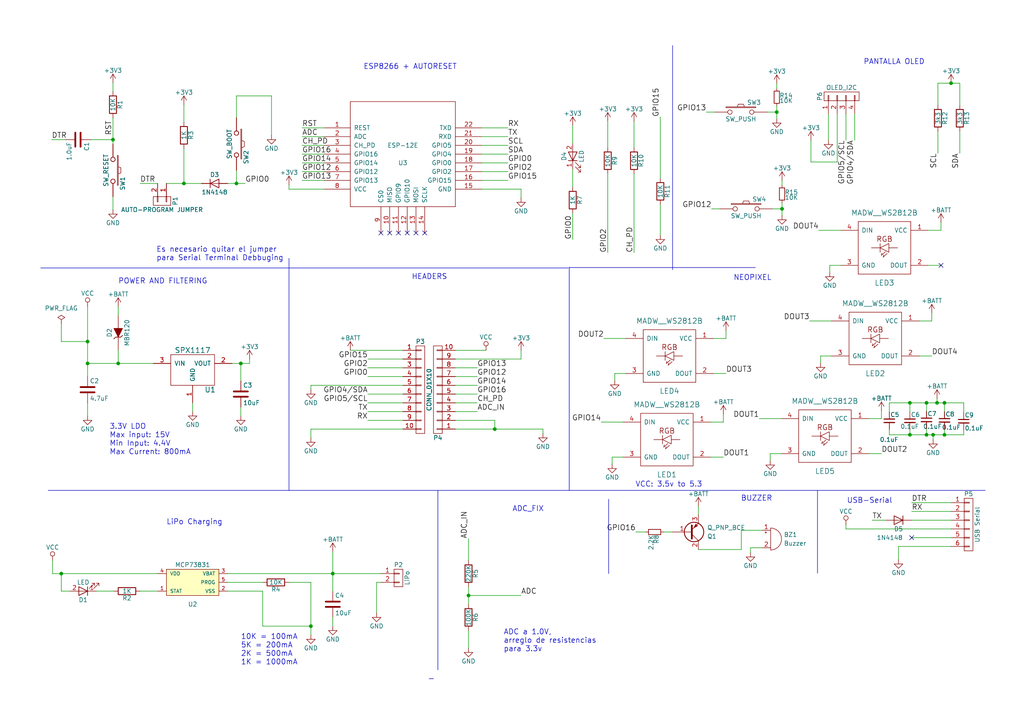
<source format=kicad_sch>
(kicad_sch (version 20230121) (generator eeschema)
  (paper "A4")
  (title_block (title "BadgeMexa") (date "2017-03-01") (rev "0.01") (company "ElectronicCats") (comment 1 "Andrés Sabas"))
  (lib_symbols
    (symbol "mexa_badge_defcon25-rescue:+3.3V" (power) (pin_names (offset 0))
      (property "Value" "+3.3V" (at 0 3.556 0))
      (symbol "+3.3V_1_1"
        (pin power_in line (at 0 0 90) (length 0) hide (name "+3V3") (number "1"))
      )
    )
    (symbol "mexa_badge_defcon25-rescue:+3V3" (power) (pin_names (offset 0))
      (property "Value" "+3V3" (at 0 3.556 0))
      (symbol "+3V3_1_1"
        (pin power_in line (at 0 0 90) (length 0) hide (name "+3V3") (number "1"))
      )
    )
    (symbol "mexa_badge_defcon25-rescue:+BATT" (power) (pin_names (offset 0))
      (property "Value" "+BATT" (at 0 3.556 0))
      (symbol "+BATT_1_1"
        (pin power_in line (at 0 0 90) (length 0) hide (name "+BATT") (number "1"))
      )
    )
    (symbol "mexa_badge_defcon25-rescue:Buzzer" (pin_names (offset 0.0254) hide)
      (property "Reference" "BZ" (at 3.81 1.27 0))
      (property "Value" "Buzzer" (at 3.81 -1.27 0))
      (symbol "Buzzer_1_1"
        (pin passive line (at -2.54 2.54 0) (length 2.54) (name "-") (number "1"))
        (pin passive line (at -2.54 -2.54 0) (length 2.54) (name "+") (number "2"))
      )
    )
    (symbol "mexa_badge_defcon25-rescue:C" (pin_numbers hide) (pin_names (offset 0.254))
      (property "Reference" "C" (at 0.635 2.54 0))
      (property "Value" "C" (at 0.635 -2.54 0))
      (symbol "C_1_1"
        (pin passive line (at 0 3.81 270) (length 2.794) (name "~") (number "1"))
        (pin passive line (at 0 -3.81 90) (length 2.794) (name "~") (number "2"))
      )
    )
    (symbol "mexa_badge_defcon25-rescue:CONN_01X02" (pin_names (offset 1.016) hide)
      (property "Reference" "P" (at 0 3.81 0))
      (property "Value" "CONN_01X02" (at 2.54 0 90))
      (symbol "CONN_01X02_1_1"
        (pin passive line (at -5.08 1.27 0) (length 3.81) (name "P1") (number "1"))
        (pin passive line (at -5.08 -1.27 0) (length 3.81) (name "P2") (number "2"))
      )
    )
    (symbol "mexa_badge_defcon25-rescue:CONN_01X04" (pin_names (offset 1.016) hide)
      (property "Reference" "P" (at 0 6.35 0))
      (property "Value" "CONN_01X04" (at 2.54 0 90))
      (symbol "CONN_01X04_1_1"
        (pin passive line (at -5.08 3.81 0) (length 3.81) (name "P1") (number "1"))
        (pin passive line (at -5.08 1.27 0) (length 3.81) (name "P2") (number "2"))
        (pin passive line (at -5.08 -1.27 0) (length 3.81) (name "P3") (number "3"))
        (pin passive line (at -5.08 -3.81 0) (length 3.81) (name "P4") (number "4"))
      )
    )
    (symbol "mexa_badge_defcon25-rescue:CONN_01X06" (pin_names (offset 1.016) hide)
      (property "Reference" "P" (at 0 8.89 0))
      (property "Value" "CONN_01X06" (at 2.54 0 90))
      (symbol "CONN_01X06_1_1"
        (pin passive line (at -5.08 6.35 0) (length 3.81) (name "P1") (number "1"))
        (pin passive line (at -5.08 3.81 0) (length 3.81) (name "P2") (number "2"))
        (pin passive line (at -5.08 1.27 0) (length 3.81) (name "P3") (number "3"))
        (pin passive line (at -5.08 -1.27 0) (length 3.81) (name "P4") (number "4"))
        (pin passive line (at -5.08 -3.81 0) (length 3.81) (name "P5") (number "5"))
        (pin passive line (at -5.08 -6.35 0) (length 3.81) (name "P6") (number "6"))
      )
    )
    (symbol "mexa_badge_defcon25-rescue:CONN_01X10" (pin_names (offset 1.016) hide)
      (property "Reference" "P" (at 0 13.97 0))
      (property "Value" "CONN_01X10" (at 2.54 0 90))
      (symbol "CONN_01X10_1_1"
        (pin passive line (at -5.08 11.43 0) (length 3.81) (name "P1") (number "1"))
        (pin passive line (at -5.08 -11.43 0) (length 3.81) (name "P10") (number "10"))
        (pin passive line (at -5.08 8.89 0) (length 3.81) (name "P2") (number "2"))
        (pin passive line (at -5.08 6.35 0) (length 3.81) (name "P3") (number "3"))
        (pin passive line (at -5.08 3.81 0) (length 3.81) (name "P4") (number "4"))
        (pin passive line (at -5.08 1.27 0) (length 3.81) (name "P5") (number "5"))
        (pin passive line (at -5.08 -1.27 0) (length 3.81) (name "P6") (number "6"))
        (pin passive line (at -5.08 -3.81 0) (length 3.81) (name "P7") (number "7"))
        (pin passive line (at -5.08 -6.35 0) (length 3.81) (name "P8") (number "8"))
        (pin passive line (at -5.08 -8.89 0) (length 3.81) (name "P9") (number "9"))
      )
    )
    (symbol "mexa_badge_defcon25-rescue:C_Small" (pin_numbers hide) (pin_names (offset 0.254) hide)
      (property "Reference" "C" (at 0.254 1.778 0))
      (property "Value" "C_Small" (at 0.254 -2.032 0))
      (symbol "C_Small_1_1"
        (pin passive line (at 0 2.54 270) (length 2.032) (name "~") (number "1"))
        (pin passive line (at 0 -2.54 90) (length 2.032) (name "~") (number "2"))
      )
    )
    (symbol "mexa_badge_defcon25-rescue:D" (pin_numbers hide) (pin_names (offset 1.016) hide)
      (property "Reference" "D" (at 0 2.54 0))
      (property "Value" "D" (at 0 -2.54 0))
      (symbol "D_1_1"
        (pin passive line (at -3.81 0 0) (length 2.54) (name "K") (number "1"))
        (pin passive line (at 3.81 0 180) (length 2.54) (name "A") (number "2"))
      )
    )
    (symbol "mexa_badge_defcon25-rescue:ESP-12E" (pin_names (offset 1.016))
      (property "Reference" "U" (at 0 -2.54 0))
      (property "Value" "ESP-12E" (at 0 2.54 0))
      (symbol "ESP-12E_1_1"
        (pin input line (at -22.86 7.62 0) (length 7.62) (name "REST") (number "1"))
        (pin bidirectional line (at -3.81 -22.86 90) (length 7.62) (name "MISO") (number "10"))
        (pin bidirectional line (at -1.27 -22.86 90) (length 7.62) (name "GPIO9") (number "11"))
        (pin bidirectional line (at 1.27 -22.86 90) (length 7.62) (name "GPIO10") (number "12"))
        (pin bidirectional line (at 3.81 -22.86 90) (length 7.62) (name "MOSI") (number "13"))
        (pin bidirectional line (at 6.35 -22.86 90) (length 7.62) (name "SCLK") (number "14"))
        (pin power_in line (at 22.86 -10.16 180) (length 7.62) (name "GND") (number "15"))
        (pin bidirectional line (at 22.86 -7.62 180) (length 7.62) (name "GPIO15") (number "16"))
        (pin bidirectional line (at 22.86 -5.08 180) (length 7.62) (name "GPIO2") (number "17"))
        (pin bidirectional line (at 22.86 -2.54 180) (length 7.62) (name "GPIO0") (number "18"))
        (pin bidirectional line (at 22.86 0 180) (length 7.62) (name "GPIO4") (number "19"))
        (pin passive line (at -22.86 5.08 0) (length 7.62) (name "ADC") (number "2"))
        (pin bidirectional line (at 22.86 2.54 180) (length 7.62) (name "GPIO5") (number "20"))
        (pin input line (at 22.86 5.08 180) (length 7.62) (name "RXD") (number "21"))
        (pin output line (at 22.86 7.62 180) (length 7.62) (name "TXD") (number "22"))
        (pin input line (at -22.86 2.54 0) (length 7.62) (name "CH_PD") (number "3"))
        (pin bidirectional line (at -22.86 0 0) (length 7.62) (name "GPIO16") (number "4"))
        (pin bidirectional line (at -22.86 -2.54 0) (length 7.62) (name "GPIO14") (number "5"))
        (pin bidirectional line (at -22.86 -5.08 0) (length 7.62) (name "GPIO12") (number "6"))
        (pin bidirectional line (at -22.86 -7.62 0) (length 7.62) (name "GPIO13") (number "7"))
        (pin power_in line (at -22.86 -10.16 0) (length 7.62) (name "VCC") (number "8"))
        (pin bidirectional line (at -6.35 -22.86 90) (length 7.62) (name "CS0") (number "9"))
      )
    )
    (symbol "mexa_badge_defcon25-rescue:GND" (power) (pin_names (offset 0))
      (property "Value" "GND" (at 0 -3.81 0))
      (symbol "GND_1_1"
        (pin power_in line (at 0 0 270) (length 0) hide (name "GND") (number "1"))
      )
    )
    (symbol "mexa_badge_defcon25-rescue:LED" (pin_names (offset 1.016) hide)
      (property "Reference" "D" (at 0 2.54 0))
      (property "Value" "LED" (at 0 -2.54 0))
      (symbol "LED_1_1"
        (pin passive line (at -3.81 0 0) (length 2.54) (name "K") (number "1"))
        (pin passive line (at 3.81 0 180) (length 2.54) (name "A") (number "2"))
      )
    )
    (symbol "mexa_badge_defcon25-rescue:MADW__WS2812B" (pin_names (offset 1.016))
      (property "Reference" "LED" (at 0 -10.16 0))
      (property "Value" "MADW__WS2812B" (at 0 10.16 0))
      (symbol "MADW__WS2812B_0_0"
        (text "RGB" (at 0 2.54 0) (effects (font (size 1.524 1.524))))
      )
      (symbol "MADW__WS2812B_1_1"
        (pin power_in line (at -12.7 5.08 0) (length 5.0038) (name "VCC") (number "1"))
        (pin output line (at -12.7 -5.08 0) (length 5.0038) (name "DOUT") (number "2"))
        (pin power_in line (at 12.7 -5.08 180) (length 5.0038) (name "GND") (number "3"))
        (pin input line (at 12.7 5.08 180) (length 5.0038) (name "DIN") (number "4"))
      )
    )
    (symbol "mexa_badge_defcon25-rescue:MCP73831" (pin_names (offset 1.016))
      (property "Reference" "U" (at 0 -6.35 0))
      (property "Value" "MCP73831" (at 0 5.08 0))
      (symbol "MCP73831_1_1"
        (pin input line (at -10.16 -2.54 0) (length 2.54) (name "STAT") (number "1"))
        (pin input line (at 10.16 -2.54 180) (length 2.54) (name "VSS") (number "2"))
        (pin input line (at 10.16 2.54 180) (length 2.54) (name "VBAT") (number "3"))
        (pin input line (at -10.16 2.54 0) (length 2.54) (name "VDD") (number "4"))
        (pin input line (at 10.16 0 180) (length 2.54) (name "PROG") (number "5"))
      )
    )
    (symbol "mexa_badge_defcon25-rescue:PWR_FLAG" (power) (pin_numbers hide) (pin_names (offset 0) hide)
      (property "Value" "PWR_FLAG" (at 0 3.81 0))
      (symbol "PWR_FLAG_0_0"
        (pin power_out line (at 0 0 90) (length 0) (name "pwr") (number "1"))
      )
    )
    (symbol "mexa_badge_defcon25-rescue:Q_PNP_BCE" (pin_names (offset 0) hide)
      (property "Reference" "Q" (at 5.08 1.27 0))
      (property "Value" "Q_PNP_BCE" (at 5.08 -1.27 0))
      (symbol "Q_PNP_BCE_1_1"
        (pin input line (at -5.08 0 0) (length 5.715) (name "B") (number "1"))
        (pin passive line (at 2.54 5.08 270) (length 2.54) (name "C") (number "2"))
        (pin passive line (at 2.54 -5.08 90) (length 2.54) (name "E") (number "3"))
      )
    )
    (symbol "mexa_badge_defcon25-rescue:R" (pin_numbers hide) (pin_names (offset 0))
      (property "Reference" "R" (at 2.032 0 90))
      (property "Value" "R" (at 0 0 90))
      (symbol "R_1_1"
        (pin passive line (at 0 3.81 270) (length 1.27) (name "~") (number "1"))
        (pin passive line (at 0 -3.81 90) (length 1.27) (name "~") (number "2"))
      )
    )
    (symbol "mexa_badge_defcon25-rescue:R_Small" (pin_numbers hide) (pin_names (offset 0.254) hide)
      (property "Reference" "R" (at 0.762 0.508 0))
      (property "Value" "R_Small" (at 0.762 -1.016 0))
      (symbol "R_Small_1_1"
        (pin passive line (at 0 2.54 270) (length 0.762) (name "~") (number "1"))
        (pin passive line (at 0 -2.54 90) (length 0.762) (name "~") (number "2"))
      )
    )
    (symbol "mexa_badge_defcon25-rescue:SPX1117" (pin_names (offset 1.016))
      (property "Reference" "U" (at 5.08 -5.08 0))
      (property "Value" "SPX1117" (at 0 6.35 0))
      (symbol "SPX1117_1_1"
        (pin input line (at 0 -8.89 90) (length 5.08) (name "GND") (number "1"))
        (pin input line (at 11.43 2.54 180) (length 5.08) (name "VOUT") (number "2"))
        (pin input line (at -11.43 2.54 0) (length 5.08) (name "VIN") (number "3"))
      )
    )
    (symbol "mexa_badge_defcon25-rescue:SW_PUSH" (pin_numbers hide) (pin_names (offset 1.016) hide)
      (property "Reference" "SW" (at 3.81 2.794 0))
      (property "Value" "SW_PUSH" (at 0 -2.032 0))
      (symbol "SW_PUSH_0_1"
        (pin passive inverted (at -7.62 0 0) (length 5.08) (name "1") (number "1"))
        (pin passive inverted (at 7.62 0 180) (length 5.08) (name "2") (number "2"))
      )
    )
    (symbol "mexa_badge_defcon25-rescue:VCC" (power) (pin_names (offset 0))
      (property "Value" "VCC" (at 0 3.81 0))
      (symbol "VCC_1_1"
        (pin power_in line (at 0 0 90) (length 0) hide (name "VCC") (number "1"))
      )
    )
    (symbol "mexa_badge_defcon25-rescue:ZENER" (pin_numbers hide) (pin_names (offset 1.016) hide)
      (property "Reference" "D" (at 0 2.54 0))
      (property "Value" "ZENER" (at 0 -2.54 0))
      (symbol "ZENER_1_1"
        (pin passive line (at -5.08 0 0) (length 3.81) (name "K") (number "1"))
        (pin passive line (at 5.08 0 180) (length 3.81) (name "A") (number "2"))
      )
    )
  )
  (junction (at 25.4 99.06))
  (junction (at 34.29 105.41))
  (junction (at 53.34 53.213))
  (junction (at 226.822 60.579))
  (junction (at 143.51 124.46))
  (junction (at 68.58 53.213))
  (junction (at 263.906 126.111))
  (junction (at 268.732 126.111))
  (junction (at 69.85 105.41))
  (junction (at 271.78 116.84))
  (junction (at 275.844 24.13))
  (junction (at 273.939 126.111))
  (junction (at 32.766 40.513))
  (junction (at 225.298 32.512))
  (junction (at 135.89 172.72))
  (junction (at 270.637 126.111))
  (junction (at 25.4 105.41))
  (junction (at 96.52 166.37))
  (junction (at 263.906 116.84))
  (junction (at 268.732 116.84))
  (junction (at 273.939 116.84))
  (junction (at 90.17 181.61))
  (junction (at 17.78 166.37))
  (no_connect (at 118.11 67.564))
  (no_connect (at 272.923 76.962))
  (no_connect (at 264.414 155.956))
  (no_connect (at 123.19 67.564))
  (no_connect (at 113.03 67.564))
  (no_connect (at 115.57 67.564))
  (no_connect (at 120.65 67.564))
  (no_connect (at 110.49 67.564))
  (wire (pts (xy 132.08 114.3) (xy 138.43 114.3)))
  (wire (pts (xy 90.17 124.46) (xy 116.84 124.46)))
  (wire (pts (xy 116.84 109.22) (xy 106.68 109.22)))
  (wire (pts (xy 181.483 108.331) (xy 178.308 108.331)))
  (wire (pts (xy 116.84 104.14) (xy 106.68 104.14)))
  (wire (pts (xy 25.4 116.84) (xy 25.4 120.65)))
  (wire (pts (xy 17.78 166.37) (xy 45.72 166.37)))
  (wire (pts (xy 139.7 42.164) (xy 147.32 42.164)))
  (wire (pts (xy 143.51 121.92) (xy 143.51 124.46)))
  (wire (pts (xy 252.984 150.876) (xy 256.794 150.876)))
  (wire (pts (xy 235.204 40.64) (xy 235.204 46.99)))
  (polyline (pts (xy 176.53 166.37) (xy 176.53 144.78)))
  (wire (pts (xy 138.43 106.68) (xy 132.08 106.68)))
  (polyline (pts (xy 83.82 74.93) (xy 83.82 142.24)))
  (wire (pts (xy 178.308 108.331) (xy 178.308 110.363)))
  (wire (pts (xy 93.98 39.624) (xy 87.63 39.624)))
  (wire (pts (xy 240.284 33.02) (xy 240.284 40.64)))
  (wire (pts (xy 93.98 37.084) (xy 87.63 37.084)))
  (wire (pts (xy 279.527 116.84) (xy 279.527 119.634)))
  (wire (pts (xy 90.17 111.76) (xy 90.17 113.03)))
  (wire (pts (xy 55.88 116.84) (xy 55.88 119.38)))
  (wire (pts (xy 18.796 40.513) (xy 14.986 40.513)))
  (wire (pts (xy 157.48 124.46) (xy 157.48 125.73)))
  (wire (pts (xy 32.766 24.003) (xy 32.766 26.543)))
  (wire (pts (xy 17.78 99.06) (xy 25.4 99.06)))
  (wire (pts (xy 15.24 166.37) (xy 17.78 166.37)))
  (wire (pts (xy 263.906 124.587) (xy 263.906 126.111)))
  (wire (pts (xy 275.844 24.13) (xy 278.384 24.13)))
  (wire (pts (xy 183.896 50.419) (xy 183.896 73.279)))
  (wire (pts (xy 90.17 168.91) (xy 90.17 181.61)))
  (wire (pts (xy 176.276 50.419) (xy 176.276 73.279)))
  (wire (pts (xy 135.89 182.88) (xy 135.89 187.96)))
  (wire (pts (xy 270.256 93.091) (xy 270.256 90.805)))
  (wire (pts (xy 181.483 98.171) (xy 175.133 98.171)))
  (wire (pts (xy 225.298 24.257) (xy 225.298 25.654)))
  (wire (pts (xy 135.89 172.72) (xy 151.13 172.72)))
  (wire (pts (xy 69.85 110.49) (xy 69.85 105.41)))
  (wire (pts (xy 76.2 181.61) (xy 90.17 181.61)))
  (wire (pts (xy 93.98 52.324) (xy 87.63 52.324)))
  (polyline (pts (xy 165.227 77.597) (xy 219.075 77.597)))
  (wire (pts (xy 275.844 155.956) (xy 264.414 155.956)))
  (wire (pts (xy 68.58 53.213) (xy 71.12 53.213)))
  (wire (pts (xy 279.527 126.111) (xy 279.527 124.714)))
  (wire (pts (xy 166.116 49.149) (xy 166.116 54.229)))
  (wire (pts (xy 241.173 93.091) (xy 234.823 93.091)))
  (wire (pts (xy 66.04 53.213) (xy 68.58 53.213)))
  (wire (pts (xy 34.29 91.44) (xy 34.29 88.9)))
  (wire (pts (xy 15.24 166.37) (xy 15.24 162.56)))
  (polyline (pts (xy 237.109 142.24) (xy 237.109 166.243)))
  (wire (pts (xy 275.844 148.336) (xy 264.414 148.336)))
  (wire (pts (xy 27.94 171.45) (xy 33.02 171.45)))
  (wire (pts (xy 83.82 168.91) (xy 90.17 168.91)))
  (wire (pts (xy 278.384 24.13) (xy 278.384 30.48)))
  (wire (pts (xy 245.364 152.146) (xy 245.364 153.416)))
  (wire (pts (xy 247.904 33.02) (xy 247.904 40.64)))
  (wire (pts (xy 225.298 30.734) (xy 225.298 32.512)))
  (wire (pts (xy 251.968 131.572) (xy 255.651 131.572)))
  (wire (pts (xy 151.13 104.14) (xy 132.08 104.14)))
  (wire (pts (xy 263.906 116.84) (xy 268.732 116.84)))
  (wire (pts (xy 260.604 158.496) (xy 260.604 162.306)))
  (wire (pts (xy 139.7 37.084) (xy 147.32 37.084)))
  (wire (pts (xy 278.384 38.1) (xy 278.384 44.45)))
  (wire (pts (xy 271.78 116.84) (xy 273.939 116.84)))
  (wire (pts (xy 260.604 158.496) (xy 275.844 158.496)))
  (wire (pts (xy 270.637 127.508) (xy 270.637 126.111)))
  (wire (pts (xy 237.998 103.251) (xy 237.998 105.283)))
  (wire (pts (xy 48.26 53.213) (xy 53.34 53.213)))
  (wire (pts (xy 139.7 49.784) (xy 147.32 49.784)))
  (wire (pts (xy 268.732 126.111) (xy 270.637 126.111)))
  (wire (pts (xy 273.939 119.38) (xy 273.939 116.84)))
  (wire (pts (xy 257.937 119.507) (xy 257.937 116.84)))
  (wire (pts (xy 275.844 145.796) (xy 264.414 145.796)))
  (wire (pts (xy 17.78 171.45) (xy 17.78 166.37)))
  (wire (pts (xy 242.824 33.02) (xy 242.824 46.99)))
  (wire (pts (xy 135.89 170.18) (xy 135.89 172.72)))
  (wire (pts (xy 83.82 54.864) (xy 83.82 53.594)))
  (wire (pts (xy 32.766 34.163) (xy 32.766 40.513)))
  (wire (pts (xy 93.98 54.864) (xy 83.82 54.864)))
  (wire (pts (xy 226.822 52.324) (xy 226.822 53.721)))
  (wire (pts (xy 116.84 114.3) (xy 106.68 114.3)))
  (wire (pts (xy 208.788 60.579) (xy 206.375 60.579)))
  (wire (pts (xy 45.72 53.213) (xy 40.64 53.213)))
  (wire (pts (xy 101.6 101.6) (xy 116.84 101.6)))
  (polyline (pts (xy 195.072 78.232) (xy 195.072 13.208)))
  (wire (pts (xy 139.7 54.864) (xy 151.13 54.864)))
  (wire (pts (xy 263.906 119.507) (xy 263.906 116.84)))
  (wire (pts (xy 272.034 24.13) (xy 272.034 30.48)))
  (wire (pts (xy 202.565 146.812) (xy 202.565 149.225)))
  (wire (pts (xy 25.4 105.41) (xy 25.4 109.22)))
  (wire (pts (xy 135.89 172.72) (xy 135.89 175.26)))
  (wire (pts (xy 206.883 98.171) (xy 210.566 98.171)))
  (wire (pts (xy 209.804 122.428) (xy 209.804 120.142)))
  (wire (pts (xy 226.822 60.579) (xy 226.822 62.484)))
  (wire (pts (xy 202.565 159.385) (xy 215.011 159.385)))
  (wire (pts (xy 206.121 132.588) (xy 209.804 132.588)))
  (wire (pts (xy 273.939 116.84) (xy 279.527 116.84)))
  (wire (pts (xy 139.7 52.324) (xy 147.32 52.324)))
  (wire (pts (xy 72.39 105.41) (xy 72.39 104.14)))
  (wire (pts (xy 139.7 47.244) (xy 147.32 47.244)))
  (wire (pts (xy 132.08 121.92) (xy 143.51 121.92)))
  (wire (pts (xy 220.98 158.877) (xy 217.678 158.877)))
  (wire (pts (xy 139.7 39.624) (xy 147.32 39.624)))
  (wire (pts (xy 116.84 119.38) (xy 106.68 119.38)))
  (wire (pts (xy 257.937 126.111) (xy 263.906 126.111)))
  (wire (pts (xy 110.49 168.91) (xy 109.22 168.91)))
  (wire (pts (xy 191.516 59.309) (xy 191.516 68.199)))
  (wire (pts (xy 177.546 132.588) (xy 177.546 134.62)))
  (wire (pts (xy 96.52 160.02) (xy 96.52 166.37)))
  (wire (pts (xy 272.034 24.13) (xy 275.844 24.13)))
  (wire (pts (xy 140.97 101.6) (xy 132.08 101.6)))
  (wire (pts (xy 25.4 99.06) (xy 25.4 105.41)))
  (wire (pts (xy 34.29 105.41) (xy 34.29 101.6)))
  (wire (pts (xy 135.89 162.56) (xy 135.89 156.21)))
  (wire (pts (xy 210.566 98.171) (xy 210.566 95.885)))
  (wire (pts (xy 226.822 60.579) (xy 224.028 60.579)))
  (polyline (pts (xy 127 142.24) (xy 127 194.31)))
  (wire (pts (xy 93.98 47.244) (xy 87.63 47.244)))
  (wire (pts (xy 34.29 105.41) (xy 44.45 105.41)))
  (wire (pts (xy 223.393 131.572) (xy 223.393 133.604)))
  (polyline (pts (xy 164.846 77.724) (xy 11.811 77.724)))
  (wire (pts (xy 266.573 93.091) (xy 270.256 93.091)))
  (wire (pts (xy 257.937 116.84) (xy 263.906 116.84)))
  (wire (pts (xy 191.516 51.689) (xy 191.516 33.909)))
  (polyline (pts (xy 125.73 196.85) (xy 124.46 196.85)))
  (wire (pts (xy 226.822 58.801) (xy 226.822 60.579)))
  (wire (pts (xy 271.78 115.57) (xy 271.78 116.84)))
  (wire (pts (xy 268.732 124.333) (xy 268.732 126.111)))
  (wire (pts (xy 215.011 159.385) (xy 215.011 153.797)))
  (wire (pts (xy 20.32 171.45) (xy 17.78 171.45)))
  (wire (pts (xy 69.85 105.41) (xy 72.39 105.41)))
  (wire (pts (xy 116.84 116.84) (xy 106.68 116.84)))
  (wire (pts (xy 180.721 122.428) (xy 174.371 122.428)))
  (wire (pts (xy 90.17 181.61) (xy 90.17 184.15)))
  (wire (pts (xy 176.276 35.179) (xy 176.276 42.799)))
  (wire (pts (xy 194.945 154.305) (xy 192.405 154.305)))
  (wire (pts (xy 251.968 121.412) (xy 255.651 121.412)))
  (wire (pts (xy 266.573 103.251) (xy 270.256 103.251)))
  (wire (pts (xy 96.52 166.37) (xy 110.49 166.37)))
  (wire (pts (xy 93.98 42.164) (xy 87.63 42.164)))
  (wire (pts (xy 25.4 105.41) (xy 34.29 105.41)))
  (wire (pts (xy 32.766 40.513) (xy 32.766 41.783)))
  (wire (pts (xy 166.116 61.849) (xy 166.116 69.469)))
  (wire (pts (xy 241.173 103.251) (xy 237.998 103.251)))
  (wire (pts (xy 207.264 32.512) (xy 204.851 32.512)))
  (wire (pts (xy 90.17 111.76) (xy 116.84 111.76)))
  (wire (pts (xy 32.766 60.833) (xy 32.766 57.023)))
  (wire (pts (xy 53.34 30.353) (xy 53.34 35.433)))
  (wire (pts (xy 187.325 154.305) (xy 184.404 154.305)))
  (wire (pts (xy 180.721 132.588) (xy 177.546 132.588)))
  (wire (pts (xy 151.13 101.6) (xy 151.13 104.14)))
  (wire (pts (xy 116.84 106.68) (xy 106.68 106.68)))
  (wire (pts (xy 268.732 116.84) (xy 271.78 116.84)))
  (wire (pts (xy 66.04 168.91) (xy 76.2 168.91)))
  (wire (pts (xy 90.17 127) (xy 90.17 124.46)))
  (wire (pts (xy 139.7 44.704) (xy 147.32 44.704)))
  (wire (pts (xy 132.08 109.22) (xy 138.43 109.22)))
  (wire (pts (xy 235.204 46.99) (xy 242.824 46.99)))
  (wire (pts (xy 53.34 43.053) (xy 53.34 53.213)))
  (wire (pts (xy 132.08 116.84) (xy 138.43 116.84)))
  (wire (pts (xy 183.896 35.179) (xy 183.896 42.799)))
  (polyline (pts (xy 165.1 77.47) (xy 165.1 142.24)))
  (polyline (pts (xy 13.97 142.24) (xy 285.75 142.24)))
  (wire (pts (xy 245.364 153.416) (xy 275.844 153.416)))
  (wire (pts (xy 226.568 131.572) (xy 223.393 131.572)))
  (wire (pts (xy 217.678 158.877) (xy 217.678 160.274)))
  (wire (pts (xy 53.34 53.213) (xy 58.42 53.213)))
  (wire (pts (xy 66.04 171.45) (xy 76.2 171.45)))
  (wire (pts (xy 269.24 66.802) (xy 272.923 66.802)))
  (wire (pts (xy 225.298 32.512) (xy 222.504 32.512)))
  (wire (pts (xy 78.74 27.813) (xy 78.74 39.243)))
  (wire (pts (xy 151.13 54.864) (xy 151.13 57.404)))
  (wire (pts (xy 240.665 76.962) (xy 240.665 78.994)))
  (wire (pts (xy 273.939 124.46) (xy 273.939 126.111)))
  (wire (pts (xy 132.08 124.46) (xy 143.51 124.46)))
  (wire (pts (xy 225.298 32.512) (xy 225.298 34.417)))
  (wire (pts (xy 116.84 121.92) (xy 106.68 121.92)))
  (wire (pts (xy 166.116 41.529) (xy 166.116 36.449)))
  (wire (pts (xy 68.58 34.163) (xy 68.58 27.813)))
  (wire (pts (xy 96.52 179.07) (xy 96.52 181.61)))
  (wire (pts (xy 93.98 44.704) (xy 87.63 44.704)))
  (wire (pts (xy 96.52 166.37) (xy 96.52 171.45)))
  (wire (pts (xy 243.84 76.962) (xy 240.665 76.962)))
  (wire (pts (xy 206.883 108.331) (xy 210.566 108.331)))
  (wire (pts (xy 25.4 88.9) (xy 25.4 99.06)))
  (wire (pts (xy 270.637 126.111) (xy 273.939 126.111)))
  (wire (pts (xy 132.08 119.38) (xy 138.43 119.38)))
  (wire (pts (xy 66.04 166.37) (xy 96.52 166.37)))
  (wire (pts (xy 255.651 121.412) (xy 255.651 119.126)))
  (wire (pts (xy 264.414 150.876) (xy 275.844 150.876)))
  (wire (pts (xy 263.906 126.111) (xy 268.732 126.111)))
  (wire (pts (xy 132.08 111.76) (xy 138.43 111.76)))
  (wire (pts (xy 268.732 119.253) (xy 268.732 116.84)))
  (wire (pts (xy 143.51 124.46) (xy 157.48 124.46)))
  (wire (pts (xy 273.939 126.111) (xy 279.527 126.111)))
  (wire (pts (xy 45.72 171.45) (xy 40.64 171.45)))
  (wire (pts (xy 67.31 105.41) (xy 69.85 105.41)))
  (wire (pts (xy 215.011 153.797) (xy 220.98 153.797)))
  (wire (pts (xy 245.364 33.02) (xy 245.364 40.64)))
  (wire (pts (xy 93.98 49.784) (xy 87.63 49.784)))
  (wire (pts (xy 206.121 122.428) (xy 209.804 122.428)))
  (wire (pts (xy 109.22 168.91) (xy 109.22 177.8)))
  (wire (pts (xy 257.937 126.111) (xy 257.937 124.587)))
  (wire (pts (xy 17.78 93.98) (xy 17.78 99.06)))
  (wire (pts (xy 243.84 66.802) (xy 237.49 66.802)))
  (wire (pts (xy 69.85 120.65) (xy 69.85 118.11)))
  (wire (pts (xy 272.923 66.802) (xy 272.923 64.516)))
  (wire (pts (xy 272.034 38.1) (xy 272.034 44.45)))
  (wire (pts (xy 32.766 40.513) (xy 26.416 40.513)))
  (wire (pts (xy 76.2 171.45) (xy 76.2 181.61)))
  (wire (pts (xy 269.24 76.962) (xy 272.923 76.962)))
  (wire (pts (xy 226.568 121.412) (xy 220.218 121.412)))
  (wire (pts (xy 68.58 27.813) (xy 78.74 27.813)))
  (wire (pts (xy 68.58 49.403) (xy 68.58 53.213)))
  (text "ESP8266 + AUTORESET" (at 105.41 20.32 0) (effects (font (size 1.524 1.524)) (justify left bottom)))
  (text "NEOPIXEL" (at 212.725 81.534 0) (effects (font (size 1.524 1.524)) (justify left bottom)))
  (text "3.3V LDO\nMax input: 15V\nMin Input: 4.4V\nMax Current: 800mA" (at 31.75 132.08 0) (effects (font (size 1.524 1.524)) (justify left bottom)))
  (text "10K = 100mA\n5K = 200mA\n2K = 500mA\n1K = 1000mA" (at 69.85 193.04 0) (effects (font (size 1.524 1.524)) (justify left bottom)))
  (text "POWER AND FILTERING" (at 34.29 82.55 0) (effects (font (size 1.524 1.524)) (justify left bottom)))
  (text "Es necesario quitar el jumper\npara Serial Terminal Debbuging" (at 45.339 75.819 0) (effects (font (size 1.524 1.524)) (justify left bottom)))
  (text "LiPo Charging" (at 48.26 152.4 0) (effects (font (size 1.524 1.524)) (justify left bottom)))
  (text "ADC a 1.0V,\narreglo de resistencias \npara 3.3v" (at 146.05 189.23 0) (effects (font (size 1.524 1.524)) (justify left bottom)))
  (text "HEADERS" (at 119.38 81.28 0) (effects (font (size 1.524 1.524)) (justify left bottom)))
  (text "PANTALLA OLED" (at 250.444 18.923 0) (effects (font (size 1.524 1.524)) (justify left bottom)))
  (text "ADC_FIX" (at 148.59 148.59 0) (effects (font (size 1.524 1.524)) (justify left bottom)))
  (text "BUZZER" (at 214.884 145.542 0) (effects (font (size 1.524 1.524)) (justify left bottom)))
  (text "VCC: 3.5v to 5.3" (at 184.277 141.478 0) (effects (font (size 1.524 1.524)) (justify left bottom)))
  (text "USB-Serial" (at 245.618 146.177 0) (effects (font (size 1.524 1.524)) (justify left bottom)))
  (label "SDA" (at 147.32 44.704 0) (effects (font (size 1.524 1.524))))
  (label "SCL" (at 147.32 42.164 0) (effects (font (size 1.524 1.524))))
  (label "DOUT4" (at 270.256 103.251 0) (effects (font (size 1.524 1.524))))
  (label "DOUT3" (at 210.566 108.331 0) (effects (font (size 1.524 1.524))))
  (label "TX" (at 252.984 150.876 0) (effects (font (size 1.524 1.524))))
  (label "GPIO2" (at 106.68 106.68 180) (effects (font (size 1.524 1.524))))
  (label "RST" (at 87.63 37.084 0) (effects (font (size 1.524 1.524))))
  (label "GPIO0" (at 106.68 109.22 180) (effects (font (size 1.524 1.524))))
  (label "GPIO15" (at 191.516 33.909 90) (effects (font (size 1.524 1.524))))
  (label "GPIO12" (at 87.63 49.784 0) (effects (font (size 1.524 1.524))))
  (label "GPIO16" (at 87.63 44.704 0) (effects (font (size 1.524 1.524))))
  (label "GPIO16" (at 184.404 154.305 180) (effects (font (size 1.524 1.524))))
  (label "GPIO2" (at 147.32 49.784 0) (effects (font (size 1.524 1.524))))
  (label "GPIO13" (at 138.43 106.68 0) (effects (font (size 1.524 1.524))))
  (label "RX" (at 106.68 121.92 180) (effects (font (size 1.524 1.524))))
  (label "GPIO4/SDA" (at 247.904 40.64 270) (effects (font (size 1.524 1.524))))
  (label "CH_PD" (at 183.896 73.279 90) (effects (font (size 1.524 1.524))))
  (label "RX" (at 264.414 148.336 0) (effects (font (size 1.524 1.524))))
  (label "RST" (at 32.766 39.243 90) (effects (font (size 1.524 1.524))))
  (label "GPIO16" (at 138.43 114.3 0) (effects (font (size 1.524 1.524))))
  (label "DTR" (at 264.414 145.796 0) (effects (font (size 1.524 1.524))))
  (label "GPIO5/SCL" (at 106.68 116.84 180) (effects (font (size 1.524 1.524))))
  (label "GPIO0" (at 147.32 47.244 0) (effects (font (size 1.524 1.524))))
  (label "GPIO15" (at 147.32 52.324 0) (effects (font (size 1.524 1.524))))
  (label "GPIO5/SCL" (at 245.364 40.64 270) (effects (font (size 1.524 1.524))))
  (label "GPIO4/SDA" (at 106.68 114.3 180) (effects (font (size 1.524 1.524))))
  (label "TX" (at 147.32 39.624 0) (effects (font (size 1.524 1.524))))
  (label "ADC" (at 87.63 39.624 0) (effects (font (size 1.524 1.524))))
  (label "DOUT2" (at 255.651 131.572 0) (effects (font (size 1.524 1.524))))
  (label "RX" (at 147.32 37.084 0) (effects (font (size 1.524 1.524))))
  (label "DOUT4" (at 237.49 66.802 180) (effects (font (size 1.524 1.524))))
  (label "ADC" (at 151.13 172.72 0) (effects (font (size 1.524 1.524))))
  (label "GPIO13" (at 87.63 52.324 0) (effects (font (size 1.524 1.524))))
  (label "TX" (at 106.68 119.38 180) (effects (font (size 1.524 1.524))))
  (label "GPIO14" (at 138.43 111.76 0) (effects (font (size 1.524 1.524))))
  (label "CH_PD" (at 87.63 42.164 0) (effects (font (size 1.524 1.524))))
  (label "GPIO12" (at 206.375 60.579 180) (effects (font (size 1.524 1.524))))
  (label "DOUT1" (at 220.218 121.412 180) (effects (font (size 1.524 1.524))))
  (label "GPIO2" (at 176.276 73.279 90) (effects (font (size 1.524 1.524))))
  (label "GPIO12" (at 138.43 109.22 0) (effects (font (size 1.524 1.524))))
  (label "DTR" (at 14.986 40.513 0) (effects (font (size 1.524 1.524))))
  (label "GPIO14" (at 174.371 122.428 180) (effects (font (size 1.524 1.524))))
  (label "ADC_IN" (at 138.43 119.38 0) (effects (font (size 1.524 1.524))))
  (label "GPIO0" (at 166.116 69.469 90) (effects (font (size 1.524 1.524))))
  (label "DOUT2" (at 175.133 98.171 180) (effects (font (size 1.524 1.524))))
  (label "DTR" (at 40.64 53.213 0) (effects (font (size 1.524 1.524))))
  (label "ADC_IN" (at 135.89 156.21 90) (effects (font (size 1.524 1.524))))
  (label "SCL" (at 272.034 44.45 270) (effects (font (size 1.524 1.524))))
  (label "DOUT1" (at 209.804 132.588 0) (effects (font (size 1.524 1.524))))
  (label "GPIO15" (at 106.68 104.14 180) (effects (font (size 1.524 1.524))))
  (label "CH_PD" (at 138.43 116.84 0) (effects (font (size 1.524 1.524))))
  (label "GPIO13" (at 204.851 32.512 180) (effects (font (size 1.524 1.524))))
  (label "GPIO0" (at 71.12 53.213 0) (effects (font (size 1.524 1.524))))
  (label "GPIO14" (at 87.63 47.244 0) (effects (font (size 1.524 1.524))))
  (label "DOUT3" (at 234.823 93.091 180) (effects (font (size 1.524 1.524))))
  (label "SDA" (at 278.384 44.45 270) (effects (font (size 1.524 1.524))))
  (symbol (lib_id "mexa_badge_defcon25-rescue:GND") (at 151.13 57.404 0) (unit 1)
    (property "Reference" "#PWR01" (effects hide))
    (property "Value" "GND" (at 151.13 61.214 0))
  )
  (symbol (lib_id "mexa_badge_defcon25-rescue:LED") (at 166.116 45.339 90) (unit 1)
    (property "Reference" "D4" (at 163.576 45.339 0))
    (property "Value" "LED" (at 168.656 45.339 0))
    (property "Footprint" "LEDs:LED-0805" (effects hide))
  )
  (symbol (lib_id "mexa_badge_defcon25-rescue:+3.3V") (at 166.116 36.449 0) (unit 1)
    (property "Reference" "#PWR02" (effects hide))
    (property "Value" "+3.3V" (at 166.116 32.893 0))
  )
  (symbol (lib_id "mexa_badge_defcon25-rescue:R") (at 166.116 58.039 0) (unit 1)
    (property "Reference" "R7" (at 168.148 58.039 90))
    (property "Value" "1K" (at 166.116 58.039 90))
    (property "Footprint" "Resistors_SMD:R_0805_HandSoldering" (effects hide))
  )
  (symbol (lib_id "mexa_badge_defcon25-rescue:R") (at 32.766 30.353 0) (unit 1)
    (property "Reference" "R1" (at 34.798 30.353 90))
    (property "Value" "10K" (at 32.766 30.353 90))
    (property "Footprint" "Resistors_SMD:R_0805_HandSoldering" (effects hide))
  )
  (symbol (lib_id "mexa_badge_defcon25-rescue:GND") (at 32.766 60.833 0) (unit 1)
    (property "Reference" "#PWR03" (effects hide))
    (property "Value" "GND" (at 32.766 64.643 0))
  )
  (symbol (lib_id "mexa_badge_defcon25-rescue:+3.3V") (at 32.766 24.003 0) (unit 1)
    (property "Reference" "#PWR04" (effects hide))
    (property "Value" "+3.3V" (at 32.766 20.447 0))
  )
  (symbol (lib_id "mexa_badge_defcon25-rescue:R") (at 176.276 46.609 0) (unit 1)
    (property "Reference" "R9" (at 178.308 46.609 90))
    (property "Value" "10K" (at 176.276 46.609 90))
    (property "Footprint" "Resistors_SMD:R_0805_HandSoldering" (effects hide))
  )
  (symbol (lib_id "mexa_badge_defcon25-rescue:R") (at 183.896 46.609 0) (unit 1)
    (property "Reference" "R10" (at 185.928 46.609 90))
    (property "Value" "10K" (at 183.896 46.609 90))
    (property "Footprint" "Resistors_SMD:R_0805_HandSoldering" (effects hide))
  )
  (symbol (lib_id "mexa_badge_defcon25-rescue:R") (at 191.516 55.499 0) (unit 1)
    (property "Reference" "R11" (at 193.548 55.499 90))
    (property "Value" "10K" (at 191.516 55.499 90))
    (property "Footprint" "Resistors_SMD:R_0805_HandSoldering" (effects hide))
  )
  (symbol (lib_id "mexa_badge_defcon25-rescue:GND") (at 191.516 68.199 0) (unit 1)
    (property "Reference" "#PWR05" (effects hide))
    (property "Value" "GND" (at 191.516 72.009 0))
  )
  (symbol (lib_id "mexa_badge_defcon25-rescue:+3.3V") (at 176.276 35.179 0) (unit 1)
    (property "Reference" "#PWR06" (effects hide))
    (property "Value" "+3.3V" (at 176.276 31.623 0))
  )
  (symbol (lib_id "mexa_badge_defcon25-rescue:+3.3V") (at 183.896 35.179 0) (unit 1)
    (property "Reference" "#PWR07" (effects hide))
    (property "Value" "+3.3V" (at 183.896 31.623 0))
  )
  (symbol (lib_id "mexa_badge_defcon25-rescue:GND") (at 55.88 119.38 0) (unit 1)
    (property "Reference" "#PWR08" (effects hide))
    (property "Value" "GND" (at 55.88 123.19 0))
  )
  (symbol (lib_id "mexa_badge_defcon25-rescue:ZENER") (at 34.29 96.52 90) (unit 1)
    (property "Reference" "D2" (at 31.75 96.52 0))
    (property "Value" "MBR120" (at 36.83 96.52 0))
    (property "Footprint" "Diodes_SMD:SOD-123" (effects hide))
  )
  (symbol (lib_id "mexa_badge_defcon25-rescue:C") (at 25.4 113.03 0) (unit 1)
    (property "Reference" "C2" (at 26.035 110.49 0) (effects (justify left)))
    (property "Value" "4.7uF" (at 26.035 115.57 0) (effects (justify left)))
    (property "Footprint" "Capacitors_SMD:C_0805_HandSoldering" (effects hide))
    (property "Manufacturer" "Maxim" (effects hide))
    (property "Temperatura" "+85/-40" (effects hide))
    (property "Alimentacion" "5v" (effects hide))
  )
  (symbol (lib_id "mexa_badge_defcon25-rescue:GND") (at 25.4 120.65 0) (unit 1)
    (property "Reference" "#PWR09" (effects hide))
    (property "Value" "GND" (at 25.4 124.46 0))
  )
  (symbol (lib_id "mexa_badge_defcon25-rescue:+3.3V") (at 72.39 104.14 0) (unit 1)
    (property "Reference" "#PWR010" (effects hide))
    (property "Value" "+3.3V" (at 72.39 100.584 0))
  )
  (symbol (lib_id "mexa_badge_defcon25-rescue:+BATT") (at 34.29 88.9 0) (unit 1)
    (property "Reference" "#PWR011" (effects hide))
    (property "Value" "+BATT" (at 34.29 85.344 0))
  )
  (symbol (lib_id "mexa_badge_defcon25-rescue:VCC") (at 25.4 88.9 0) (unit 1)
    (property "Reference" "#PWR012" (effects hide))
    (property "Value" "VCC" (at 25.4 85.09 0))
  )
  (symbol (lib_id "mexa_badge_defcon25-rescue:R") (at 36.83 171.45 270) (unit 1)
    (property "Reference" "R2" (at 36.83 173.482 90))
    (property "Value" "1K" (at 36.83 171.45 90))
    (property "Footprint" "Resistors_SMD:R_0805_HandSoldering" (effects hide))
  )
  (symbol (lib_id "mexa_badge_defcon25-rescue:LED") (at 24.13 171.45 180) (unit 1)
    (property "Reference" "D1" (at 24.13 173.99 0))
    (property "Value" "LED" (at 24.13 168.91 0))
    (property "Footprint" "LEDs:LED_0805" (effects hide))
  )
  (symbol (lib_id "mexa_badge_defcon25-rescue:R") (at 80.01 168.91 270) (unit 1)
    (property "Reference" "R4" (at 80.01 170.942 90))
    (property "Value" "10K" (at 80.01 168.91 90))
    (property "Footprint" "Resistors_SMD:R_0805_HandSoldering" (effects hide))
  )
  (symbol (lib_id "mexa_badge_defcon25-rescue:GND") (at 90.17 184.15 0) (unit 1)
    (property "Reference" "#PWR013" (effects hide))
    (property "Value" "GND" (at 90.17 187.96 0))
  )
  (symbol (lib_id "mexa_badge_defcon25-rescue:C") (at 96.52 175.26 0) (unit 1)
    (property "Reference" "C4" (at 97.155 172.72 0) (effects (justify left)))
    (property "Value" "10uF" (at 97.155 177.8 0) (effects (justify left)))
    (property "Footprint" "Capacitors_SMD:C_0805_HandSoldering" (effects hide))
  )
  (symbol (lib_id "mexa_badge_defcon25-rescue:GND") (at 96.52 181.61 0) (unit 1)
    (property "Reference" "#PWR014" (effects hide))
    (property "Value" "GND" (at 96.52 185.42 0))
  )
  (symbol (lib_id "mexa_badge_defcon25-rescue:+BATT") (at 96.52 160.02 0) (unit 1)
    (property "Reference" "#PWR015" (effects hide))
    (property "Value" "+BATT" (at 96.52 156.464 0))
  )
  (symbol (lib_id "mexa_badge_defcon25-rescue:ESP-12E") (at 116.84 44.704 0) (unit 1)
    (property "Reference" "U3" (at 116.84 47.244 0))
    (property "Value" "ESP-12E" (at 116.84 42.164 0))
    (property "Footprint" "ESP8266:ESP-12E" (effects hide))
  )
  (symbol (lib_id "mexa_badge_defcon25-rescue:R") (at 272.034 34.29 0) (unit 1)
    (property "Reference" "R12" (at 274.066 34.29 90))
    (property "Value" "3k3" (at 272.034 34.29 90))
    (property "Footprint" "Resistors_SMD:R_0805_HandSoldering" (effects hide))
  )
  (symbol (lib_id "mexa_badge_defcon25-rescue:R") (at 278.384 34.29 0) (unit 1)
    (property "Reference" "R13" (at 280.416 34.29 90))
    (property "Value" "3k3" (at 278.384 34.29 90))
    (property "Footprint" "Resistors_SMD:R_0805_HandSoldering" (effects hide))
    (property "Manufacturer" "Maxim" (effects hide))
    (property "Temperatura" "+85/-40" (effects hide))
    (property "Alimentacion" "5v" (effects hide))
  )
  (symbol (lib_id "mexa_badge_defcon25-rescue:CONN_01X04") (at 244.094 27.94 90) (unit 1)
    (property "Reference" "P6" (at 237.744 27.94 0))
    (property "Value" "OLED_I2C" (at 244.094 25.4 90))
    (property "Footprint" "Socket_Strips:Socket_Strip_Straight_1x04" (effects hide))
  )
  (symbol (lib_id "mexa_badge_defcon25-rescue:+3.3V") (at 275.844 24.13 0) (unit 1)
    (property "Reference" "#PWR040" (effects hide))
    (property "Value" "+3.3V" (at 275.844 20.574 0))
  )
  (symbol (lib_id "mexa_badge_defcon25-rescue:GND") (at 240.284 40.64 0) (unit 1)
    (property "Reference" "#PWR016" (effects hide))
    (property "Value" "GND" (at 240.284 44.45 0))
  )
  (symbol (lib_id "mexa_badge_defcon25-rescue:+3.3V") (at 235.204 40.64 0) (unit 1)
    (property "Reference" "#PWR017" (effects hide))
    (property "Value" "+3.3V" (at 235.204 37.084 0))
  )
  (symbol (lib_id "mexa_badge_defcon25-rescue:CONN_01X06") (at 280.924 152.146 0) (unit 1)
    (property "Reference" "P5" (at 280.924 143.256 0))
    (property "Value" "USB Serial" (at 283.464 152.146 90))
    (property "Footprint" "Socket_Strips:Socket_Strip_Straight_1x06" (effects hide))
  )
  (symbol (lib_id "mexa_badge_defcon25-rescue:GND") (at 260.604 162.306 0) (unit 1)
    (property "Reference" "#PWR018" (effects hide))
    (property "Value" "GND" (at 260.604 166.116 0))
  )
  (symbol (lib_id "mexa_badge_defcon25-rescue:VCC") (at 245.364 152.146 0) (unit 1)
    (property "Reference" "#PWR019" (effects hide))
    (property "Value" "VCC" (at 245.364 148.336 0))
  )
  (symbol (lib_id "mexa_badge_defcon25-rescue:VCC") (at 15.24 162.56 0) (unit 1)
    (property "Reference" "#PWR020" (effects hide))
    (property "Value" "VCC" (at 15.24 158.75 0))
  )
  (symbol (lib_id "mexa_badge_defcon25-rescue:SPX1117") (at 55.88 107.95 0) (unit 1)
    (property "Reference" "U1" (at 60.96 113.03 0) (effects (font (size 1.524 1.524))))
    (property "Value" "SPX1117" (at 55.88 101.6 0) (effects (font (size 1.524 1.524))))
    (property "Footprint" "TO_SOT_Packages_SMD:SOT-223" (effects hide))
  )
  (symbol (lib_id "mexa_badge_defcon25-rescue:C") (at 69.85 114.3 0) (unit 1)
    (property "Reference" "C3" (at 70.485 111.76 0) (effects (justify left)))
    (property "Value" "10uF" (at 70.485 116.84 0) (effects (justify left)))
    (property "Footprint" "Capacitors_SMD:C_0805_HandSoldering" (effects hide))
  )
  (symbol (lib_id "mexa_badge_defcon25-rescue:GND") (at 69.85 120.65 0) (unit 1)
    (property "Reference" "#PWR021" (effects hide))
    (property "Value" "GND" (at 69.85 124.46 0))
  )
  (symbol (lib_id "mexa_badge_defcon25-rescue:CONN_01X02") (at 115.57 167.64 0) (unit 1)
    (property "Reference" "P2" (at 115.57 163.83 0))
    (property "Value" "LiPo" (at 118.11 167.64 90))
    (property "Footprint" "Socket_Strips:Socket_Strip_Straight_1x02" (effects hide))
  )
  (symbol (lib_id "mexa_badge_defcon25-rescue:GND") (at 109.22 177.8 0) (unit 1)
    (property "Reference" "#PWR022" (effects hide))
    (property "Value" "GND" (at 109.22 181.61 0))
  )
  (symbol (lib_id "mexa_badge_defcon25-rescue:C") (at 22.606 40.513 270) (unit 1)
    (property "Reference" "C1" (at 25.146 41.148 0) (effects (justify left)))
    (property "Value" "1.0uF" (at 20.066 41.148 0) (effects (justify left)))
    (property "Footprint" "Capacitors_SMD:C_0805_HandSoldering" (effects hide))
  )
  (symbol (lib_id "mexa_badge_defcon25-rescue:CONN_01X02") (at 46.99 58.293 270) (unit 1)
    (property "Reference" "P1" (at 50.8 58.293 0))
    (property "Value" "AUTO-PROGRAM JUMPER" (at 46.99 60.833 90))
    (property "Footprint" "Pin_Headers:Pin_Header_Straight_1x02" (effects hide))
  )
  (symbol (lib_id "mexa_badge_defcon25-rescue:D") (at 62.23 53.213 0) (unit 1)
    (property "Reference" "D3" (at 62.23 50.673 0))
    (property "Value" "1N4148" (at 62.23 55.753 0))
    (property "Footprint" "Diodes_SMD:SOD-323" (effects hide))
  )
  (symbol (lib_id "mexa_badge_defcon25-rescue:R") (at 53.34 39.243 0) (unit 1)
    (property "Reference" "R3" (at 55.372 39.243 90))
    (property "Value" "1K" (at 53.34 39.243 90))
    (property "Footprint" "Resistors_SMD:R_0805_HandSoldering" (effects hide))
  )
  (symbol (lib_id "mexa_badge_defcon25-rescue:+3.3V") (at 53.34 30.353 0) (unit 1)
    (property "Reference" "#PWR023" (effects hide))
    (property "Value" "+3.3V" (at 53.34 26.797 0))
  )
  (symbol (lib_id "mexa_badge_defcon25-rescue:+3.3V") (at 83.82 53.594 0) (unit 1)
    (property "Reference" "#PWR024" (effects hide))
    (property "Value" "+3.3V" (at 83.82 50.038 0))
  )
  (symbol (lib_id "mexa_badge_defcon25-rescue:R") (at 135.89 166.37 0) (unit 1)
    (property "Reference" "R5" (at 137.922 166.37 90))
    (property "Value" "220K" (at 135.89 166.37 90))
    (property "Footprint" "Resistors_SMD:R_0805_HandSoldering" (effects hide))
  )
  (symbol (lib_id "mexa_badge_defcon25-rescue:R") (at 135.89 179.07 0) (unit 1)
    (property "Reference" "R6" (at 137.922 179.07 90))
    (property "Value" "100K" (at 135.89 179.07 90))
    (property "Footprint" "Resistors_SMD:R_0805_HandSoldering" (effects hide))
  )
  (symbol (lib_id "mexa_badge_defcon25-rescue:GND") (at 135.89 187.96 0) (unit 1)
    (property "Reference" "#PWR025" (effects hide))
    (property "Value" "GND" (at 135.89 191.77 0))
  )
  (symbol (lib_id "mexa_badge_defcon25-rescue:PWR_FLAG") (at 17.78 93.98 0) (unit 1)
    (property "Reference" "#FLG026" (effects hide))
    (property "Value" "PWR_FLAG" (at 17.78 89.408 0))
  )
  (symbol (lib_id "mexa_badge_defcon25-rescue:+BATT") (at 101.6 101.6 0) (unit 1)
    (property "Reference" "#PWR027" (effects hide))
    (property "Value" "+BATT" (at 101.6 98.044 0))
  )
  (symbol (lib_id "mexa_badge_defcon25-rescue:VCC") (at 140.97 101.6 0) (unit 1)
    (property "Reference" "#PWR028" (effects hide))
    (property "Value" "VCC" (at 140.97 97.79 0))
  )
  (symbol (lib_id "mexa_badge_defcon25-rescue:GND") (at 90.17 113.03 0) (unit 1)
    (property "Reference" "#PWR029" (effects hide))
    (property "Value" "GND" (at 90.17 116.84 0))
  )
  (symbol (lib_id "mexa_badge_defcon25-rescue:GND") (at 90.17 127 0) (unit 1)
    (property "Reference" "#PWR030" (effects hide))
    (property "Value" "GND" (at 90.17 130.81 0))
  )
  (symbol (lib_id "mexa_badge_defcon25-rescue:GND") (at 177.546 134.62 0) (unit 1)
    (property "Reference" "#PWR031" (effects hide))
    (property "Value" "GND" (at 177.546 138.43 0))
  )
  (symbol (lib_id "mexa_badge_defcon25-rescue:GND") (at 270.637 127.508 0) (unit 1)
    (property "Reference" "#PWR032" (effects hide))
    (property "Value" "GND" (at 270.637 131.318 0))
  )
  (symbol (lib_id "mexa_badge_defcon25-rescue:+BATT") (at 209.804 120.142 0) (unit 1)
    (property "Reference" "#PWR033" (effects hide))
    (property "Value" "+BATT" (at 209.804 116.586 0))
  )
  (symbol (lib_id "mexa_badge_defcon25-rescue:+BATT") (at 271.78 115.57 0) (unit 1)
    (property "Reference" "#PWR034" (effects hide))
    (property "Value" "+BATT" (at 271.78 112.014 0))
  )
  (symbol (lib_id "mexa_badge_defcon25-rescue:D") (at 260.604 150.876 180) (unit 1)
    (property "Reference" "D5" (at 260.604 153.416 0))
    (property "Value" "1N4148" (at 258.064 155.956 0))
    (property "Footprint" "Diodes_SMD:SOD-323" (effects hide))
    (property "Manufacturer" "Maxim" (effects hide))
    (property "Temperatura" "+85/-40" (effects hide))
    (property "Alimentacion" "5v" (effects hide))
  )
  (symbol (lib_id "mexa_badge_defcon25-rescue:CONN_01X10") (at 121.92 113.03 0) (unit 1)
    (property "Reference" "P3" (at 121.92 99.06 0))
    (property "Value" "CONN_01X10" (at 124.46 113.03 90))
    (property "Footprint" "Socket_Strips:Socket_Strip_Straight_1x10" (effects hide))
  )
  (symbol (lib_id "mexa_badge_defcon25-rescue:CONN_01X10") (at 127 113.03 180) (unit 1)
    (property "Reference" "P4" (at 127 127 0))
    (property "Value" "CONN_01X10" (at 124.46 113.03 90))
    (property "Footprint" "Socket_Strips:Socket_Strip_Straight_1x10" (effects hide))
  )
  (symbol (lib_id "mexa_badge_defcon25-rescue:GND") (at 157.48 125.73 0) (unit 1)
    (property "Reference" "#PWR035" (effects hide))
    (property "Value" "GND" (at 157.48 129.54 0))
  )
  (symbol (lib_id "mexa_badge_defcon25-rescue:+3V3") (at 151.13 101.6 0) (unit 1)
    (property "Reference" "#PWR036" (effects hide))
    (property "Value" "+3V3" (at 151.13 98.044 0))
  )
  (symbol (lib_id "mexa_badge_defcon25-rescue:GND") (at 78.74 39.243 0) (unit 1)
    (property "Reference" "#PWR037" (effects hide))
    (property "Value" "GND" (at 78.74 43.053 0))
  )
  (symbol (lib_id "mexa_badge_defcon25-rescue:MADW__WS2812B") (at 193.421 127.508 0) (mirror y) (unit 1)
    (property "Reference" "LED1" (at 193.421 137.668 0) (effects (font (size 1.524 1.524))))
    (property "Value" "MADW__WS2812B" (at 193.421 117.348 0) (effects (font (size 1.524 1.524))))
    (property "Footprint" "LEDs:LED_WS2812B-PLCC4" (effects hide))
  )
  (symbol (lib_id "mexa_badge_defcon25-rescue:MCP73831") (at 55.88 168.91 0) (unit 1)
    (property "Reference" "U2" (at 55.88 175.26 0))
    (property "Value" "MCP73831" (at 55.88 163.83 0))
    (property "Footprint" "TO_SOT_Packages_SMD:SOT-23-5" (effects hide))
  )
  (symbol (lib_id "mexa_badge_defcon25-rescue:SW_PUSH") (at 32.766 49.403 270) (unit 1)
    (property "Reference" "SW1" (at 35.56 53.213 0))
    (property "Value" "SW_RESET" (at 30.734 49.403 0))
    (property "Footprint" "TIH:SW_B3U-1000P" (effects hide))
  )
  (symbol (lib_id "mexa_badge_defcon25-rescue:SW_PUSH") (at 68.58 41.783 270) (unit 1)
    (property "Reference" "SW2" (at 71.374 45.593 0))
    (property "Value" "SW_BOOT" (at 66.548 41.783 0))
    (property "Footprint" "TIH:SW_B3U-1000P" (effects hide))
  )
  (symbol (lib_id "mexa_badge_defcon25-rescue:Buzzer") (at 223.52 156.337 0) (unit 1)
    (property "Reference" "BZ1" (at 227.33 155.067 0) (effects (justify left)))
    (property "Value" "Buzzer" (at 227.33 157.607 0) (effects (justify left)))
    (property "Footprint" "Buzzers_Beepers:BUZZER" (effects hide))
  )
  (symbol (lib_id "mexa_badge_defcon25-rescue:C_Small") (at 257.937 122.047 0) (unit 1)
    (property "Reference" "C5" (at 258.191 120.269 0) (effects (justify left)))
    (property "Value" "0.1uF" (at 255.143 127.508 0) (effects (justify left)))
    (property "Footprint" "Capacitors_SMD:C_0805_HandSoldering" (effects hide))
  )
  (symbol (lib_id "mexa_badge_defcon25-rescue:C_Small") (at 263.906 122.047 0) (unit 1)
    (property "Reference" "C6" (at 264.16 120.269 0) (effects (justify left)))
    (property "Value" "0.1uF" (at 261.112 123.698 0) (effects (justify left)))
    (property "Footprint" "Capacitors_SMD:C_0805_HandSoldering" (effects hide))
  )
  (symbol (lib_id "mexa_badge_defcon25-rescue:C_Small") (at 268.732 121.793 0) (unit 1)
    (property "Reference" "C7" (at 268.986 120.015 0) (effects (justify left)))
    (property "Value" "0.1uF" (at 267.716 123.698 0) (effects (justify left)))
    (property "Footprint" "Capacitors_SMD:C_0805_HandSoldering" (effects hide))
  )
  (symbol (lib_id "mexa_badge_defcon25-rescue:C_Small") (at 273.939 121.92 0) (unit 1)
    (property "Reference" "C8" (at 274.193 120.142 0) (effects (justify left)))
    (property "Value" "0.1uF" (at 273.177 123.952 0) (effects (justify left)))
    (property "Footprint" "Capacitors_SMD:C_0805_HandSoldering" (effects hide))
  )
  (symbol (lib_id "mexa_badge_defcon25-rescue:C_Small") (at 279.527 122.174 0) (unit 1)
    (property "Reference" "C9" (at 279.781 120.396 0) (effects (justify left)))
    (property "Value" "0.1uF" (at 279.781 124.206 0) (effects (justify left)))
    (property "Footprint" "Capacitors_SMD:C_0805_HandSoldering" (effects hide))
  )
  (symbol (lib_id "mexa_badge_defcon25-rescue:GND") (at 223.393 133.604 0) (unit 1)
    (property "Reference" "#PWR041" (effects hide))
    (property "Value" "GND" (at 223.393 137.414 0))
  )
  (symbol (lib_id "mexa_badge_defcon25-rescue:+BATT") (at 255.651 119.126 0) (unit 1)
    (property "Reference" "#PWR042" (effects hide))
    (property "Value" "+BATT" (at 255.651 115.57 0))
  )
  (symbol (lib_id "mexa_badge_defcon25-rescue:MADW__WS2812B") (at 239.268 126.492 0) (mirror y) (unit 1)
    (property "Reference" "LED5" (at 239.268 136.652 0) (effects (font (size 1.524 1.524))))
    (property "Value" "MADW__WS2812B" (at 239.268 116.332 0) (effects (font (size 1.524 1.524))))
    (property "Footprint" "LEDs:LED_WS2812B-PLCC4" (effects hide))
  )
  (symbol (lib_id "mexa_badge_defcon25-rescue:GND") (at 178.308 110.363 0) (unit 1)
    (property "Reference" "#PWR043" (effects hide))
    (property "Value" "GND" (at 178.308 114.173 0))
  )
  (symbol (lib_id "mexa_badge_defcon25-rescue:+BATT") (at 210.566 95.885 0) (unit 1)
    (property "Reference" "#PWR044" (effects hide))
    (property "Value" "+BATT" (at 210.566 92.329 0))
  )
  (symbol (lib_id "mexa_badge_defcon25-rescue:MADW__WS2812B") (at 194.183 103.251 0) (mirror y) (unit 1)
    (property "Reference" "LED4" (at 194.183 113.411 0) (effects (font (size 1.524 1.524))))
    (property "Value" "MADW__WS2812B" (at 194.183 93.091 0) (effects (font (size 1.524 1.524))))
    (property "Footprint" "LEDs:LED_WS2812B-PLCC4" (effects hide))
  )
  (symbol (lib_id "mexa_badge_defcon25-rescue:GND") (at 237.998 105.283 0) (unit 1)
    (property "Reference" "#PWR045" (effects hide))
    (property "Value" "GND" (at 237.998 109.093 0))
  )
  (symbol (lib_id "mexa_badge_defcon25-rescue:+BATT") (at 270.256 90.805 0) (unit 1)
    (property "Reference" "#PWR046" (effects hide))
    (property "Value" "+BATT" (at 270.256 87.249 0))
  )
  (symbol (lib_id "mexa_badge_defcon25-rescue:MADW__WS2812B") (at 253.873 98.171 0) (mirror y) (unit 1)
    (property "Reference" "LED2" (at 253.873 108.331 0) (effects (font (size 1.524 1.524))))
    (property "Value" "MADW__WS2812B" (at 253.873 88.011 0) (effects (font (size 1.524 1.524))))
    (property "Footprint" "LEDs:LED_WS2812B-PLCC4" (effects hide))
  )
  (symbol (lib_id "mexa_badge_defcon25-rescue:GND") (at 240.665 78.994 0) (unit 1)
    (property "Reference" "#PWR047" (effects hide))
    (property "Value" "GND" (at 240.665 82.804 0))
  )
  (symbol (lib_id "mexa_badge_defcon25-rescue:+BATT") (at 272.923 64.516 0) (unit 1)
    (property "Reference" "#PWR048" (effects hide))
    (property "Value" "+BATT" (at 272.923 60.96 0))
  )
  (symbol (lib_id "mexa_badge_defcon25-rescue:MADW__WS2812B") (at 256.54 71.882 0) (mirror y) (unit 1)
    (property "Reference" "LED3" (at 256.54 82.042 0) (effects (font (size 1.524 1.524))))
    (property "Value" "MADW__WS2812B" (at 256.54 61.722 0) (effects (font (size 1.524 1.524))))
    (property "Footprint" "LEDs:LED_WS2812B-PLCC4" (effects hide))
  )
  (symbol (lib_id "mexa_badge_defcon25-rescue:SW_PUSH") (at 214.884 32.512 0) (unit 1)
    (property "Reference" "SW3" (at 218.694 29.718 0))
    (property "Value" "SW_PUSH" (at 214.884 34.544 0))
    (property "Footprint" "TIH:SW_B3U-1000P" (effects hide))
  )
  (symbol (lib_id "mexa_badge_defcon25-rescue:GND") (at 225.298 34.417 0) (unit 1)
    (property "Reference" "#PWR049" (effects hide))
    (property "Value" "GND" (at 225.298 38.227 0))
  )
  (symbol (lib_id "mexa_badge_defcon25-rescue:R_Small") (at 225.298 28.194 0) (unit 1)
    (property "Reference" "R14" (at 226.06 27.686 0) (effects (justify left)))
    (property "Value" "10K" (at 226.06 29.21 0) (effects (justify left)))
    (property "Footprint" "Resistors_SMD:R_0805_HandSoldering" (effects hide))
  )
  (symbol (lib_id "mexa_badge_defcon25-rescue:GND") (at 217.678 160.274 0) (unit 1)
    (property "Reference" "#PWR038" (effects hide))
    (property "Value" "GND" (at 217.678 164.084 0))
  )
  (symbol (lib_id "mexa_badge_defcon25-rescue:+3.3V") (at 225.298 24.257 0) (unit 1)
    (property "Reference" "#PWR050" (effects hide))
    (property "Value" "+3.3V" (at 225.298 20.701 0))
  )
  (symbol (lib_id "mexa_badge_defcon25-rescue:Q_PNP_BCE") (at 200.025 154.305 0) (mirror x) (unit 1)
    (property "Reference" "Q1" (at 205.105 155.575 0) (effects (justify left)))
    (property "Value" "Q_PNP_BCE" (at 205.105 153.035 0) (effects (justify left)))
    (property "Footprint" "TO_SOT_Packages_SMD:SOT-23_Handsoldering" (effects hide))
  )
  (symbol (lib_id "mexa_badge_defcon25-rescue:+BATT") (at 202.565 146.812 0) (unit 1)
    (property "Reference" "#PWR039" (effects hide))
    (property "Value" "+BATT" (at 202.565 143.256 0))
  )
  (symbol (lib_id "mexa_badge_defcon25-rescue:SW_PUSH") (at 216.408 60.579 0) (unit 1)
    (property "Reference" "SW4" (at 220.218 57.785 0))
    (property "Value" "SW_PUSH" (at 216.408 62.611 0))
    (property "Footprint" "TIH:SW_B3U-1000P" (effects hide))
  )
  (symbol (lib_id "mexa_badge_defcon25-rescue:GND") (at 226.822 62.484 0) (unit 1)
    (property "Reference" "#PWR051" (effects hide))
    (property "Value" "GND" (at 226.822 66.294 0))
  )
  (symbol (lib_id "mexa_badge_defcon25-rescue:R_Small") (at 226.822 56.261 0) (unit 1)
    (property "Reference" "R15" (at 227.584 55.753 0) (effects (justify left)))
    (property "Value" "10K" (at 227.584 57.277 0) (effects (justify left)))
    (property "Footprint" "Resistors_SMD:R_0805_HandSoldering" (effects hide))
  )
  (symbol (lib_id "mexa_badge_defcon25-rescue:+3.3V") (at 226.822 52.324 0) (unit 1)
    (property "Reference" "#PWR052" (effects hide))
    (property "Value" "+3.3V" (at 226.822 48.768 0))
  )
  (symbol (lib_id "mexa_badge_defcon25-rescue:R_Small") (at 189.865 154.305 270) (unit 1)
    (property "Reference" "R8" (at 190.373 155.067 0) (effects (justify left)))
    (property "Value" "2.2K" (at 188.849 155.067 0) (effects (justify left)))
    (property "Footprint" "Resistors_SMD:R_0805_HandSoldering" (effects hide))
  )
)
</source>
